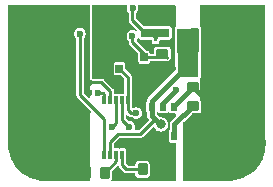
<source format=gbr>
%TF.GenerationSoftware,KiCad,Pcbnew,(6.0.1)*%
%TF.CreationDate,2022-07-20T10:33:09+08:00*%
%TF.ProjectId,HighSideSwitch,48696768-5369-4646-9553-77697463682e,rev?*%
%TF.SameCoordinates,Original*%
%TF.FileFunction,Copper,L2,Bot*%
%TF.FilePolarity,Positive*%
%FSLAX46Y46*%
G04 Gerber Fmt 4.6, Leading zero omitted, Abs format (unit mm)*
G04 Created by KiCad (PCBNEW (6.0.1)) date 2022-07-20 10:33:09*
%MOMM*%
%LPD*%
G01*
G04 APERTURE LIST*
G04 Aperture macros list*
%AMRoundRect*
0 Rectangle with rounded corners*
0 $1 Rounding radius*
0 $2 $3 $4 $5 $6 $7 $8 $9 X,Y pos of 4 corners*
0 Add a 4 corners polygon primitive as box body*
4,1,4,$2,$3,$4,$5,$6,$7,$8,$9,$2,$3,0*
0 Add four circle primitives for the rounded corners*
1,1,$1+$1,$2,$3*
1,1,$1+$1,$4,$5*
1,1,$1+$1,$6,$7*
1,1,$1+$1,$8,$9*
0 Add four rect primitives between the rounded corners*
20,1,$1+$1,$2,$3,$4,$5,0*
20,1,$1+$1,$4,$5,$6,$7,0*
20,1,$1+$1,$6,$7,$8,$9,0*
20,1,$1+$1,$8,$9,$2,$3,0*%
G04 Aperture macros list end*
%TA.AperFunction,ComponentPad*%
%ADD10C,6.400000*%
%TD*%
%TA.AperFunction,ComponentPad*%
%ADD11C,0.800000*%
%TD*%
%TA.AperFunction,SMDPad,CuDef*%
%ADD12RoundRect,0.040000X-0.460000X-0.360000X0.460000X-0.360000X0.460000X0.360000X-0.460000X0.360000X0*%
%TD*%
%TA.AperFunction,SMDPad,CuDef*%
%ADD13RoundRect,0.015000X-0.135000X0.310000X-0.135000X-0.310000X0.135000X-0.310000X0.135000X0.310000X0*%
%TD*%
%TA.AperFunction,SMDPad,CuDef*%
%ADD14R,1.200000X3.500000*%
%TD*%
%TA.AperFunction,SMDPad,CuDef*%
%ADD15RoundRect,0.076000X2.324000X1.824000X-2.324000X1.824000X-2.324000X-1.824000X2.324000X-1.824000X0*%
%TD*%
%TA.AperFunction,SMDPad,CuDef*%
%ADD16R,2.400000X0.740000*%
%TD*%
%TA.AperFunction,SMDPad,CuDef*%
%ADD17RoundRect,0.030000X-0.270000X0.320000X-0.270000X-0.320000X0.270000X-0.320000X0.270000X0.320000X0*%
%TD*%
%TA.AperFunction,SMDPad,CuDef*%
%ADD18RoundRect,0.040000X0.360000X-0.460000X0.360000X0.460000X-0.360000X0.460000X-0.360000X-0.460000X0*%
%TD*%
%TA.AperFunction,SMDPad,CuDef*%
%ADD19RoundRect,0.040000X-0.360000X0.460000X-0.360000X-0.460000X0.360000X-0.460000X0.360000X0.460000X0*%
%TD*%
%TA.AperFunction,SMDPad,CuDef*%
%ADD20RoundRect,0.027500X-0.247500X0.322500X-0.247500X-0.322500X0.247500X-0.322500X0.247500X0.322500X0*%
%TD*%
%TA.AperFunction,ViaPad*%
%ADD21C,0.600000*%
%TD*%
%TA.AperFunction,ViaPad*%
%ADD22C,0.800000*%
%TD*%
%TA.AperFunction,Conductor*%
%ADD23C,0.400000*%
%TD*%
%TA.AperFunction,Conductor*%
%ADD24C,0.250000*%
%TD*%
G04 APERTURE END LIST*
D10*
%TO.P,H2,1*%
%TO.N,/NMOS_OUT*%
X194927344Y-91338256D03*
D11*
X194927344Y-88938256D03*
X194927344Y-93738256D03*
X193230288Y-89641200D03*
X193230288Y-93035312D03*
X196624400Y-89641200D03*
X192527344Y-91338256D03*
X196624400Y-93035312D03*
X197327344Y-91338256D03*
%TD*%
%TO.P,H1,1*%
%TO.N,/NMOS_IN*%
X181224400Y-93035312D03*
X181224400Y-89641200D03*
X179527344Y-93738256D03*
X179527344Y-88938256D03*
X177830288Y-89641200D03*
X177830288Y-93035312D03*
X181927344Y-91338256D03*
X177127344Y-91338256D03*
D10*
X179527344Y-91338256D03*
%TD*%
D12*
%TO.P,C4,1*%
%TO.N,GND*%
X189368800Y-85372800D03*
%TO.P,C4,2*%
%TO.N,Net-(C4-Pad2)*%
X189368800Y-83772800D03*
%TD*%
D13*
%TO.P,U1,1,SENSE*%
%TO.N,Net-(R1-Pad2)*%
X184465200Y-87717600D03*
%TO.P,U1,2,Vin*%
%TO.N,/NMOS_IN*%
X184965200Y-87717600D03*
%TO.P,U1,3,OVP*%
%TO.N,Net-(R5-Pad2)*%
X185465200Y-87717600D03*
%TO.P,U1,4,UVLO*%
%TO.N,Net-(R3-Pad1)*%
X185965200Y-87717600D03*
%TO.P,U1,5,EN*%
%TO.N,/EN*%
X186465200Y-87717600D03*
%TO.P,U1,6,GND*%
%TO.N,GND*%
X186465200Y-92317600D03*
%TO.P,U1,7,TIMER*%
%TO.N,Net-(C3-Pad2)*%
X185965200Y-92317600D03*
%TO.P,U1,8,nPGD*%
%TO.N,Net-(R4-Pad2)*%
X185465200Y-92317600D03*
%TO.P,U1,9,OUT*%
%TO.N,Net-(Q2-PadS)*%
X184965200Y-92317600D03*
%TO.P,U1,10,GATE*%
%TO.N,Net-(Q2-PadG)*%
X184465200Y-92317600D03*
%TD*%
D12*
%TO.P,R2,1*%
%TO.N,Net-(R2-Pad1)*%
X191918800Y-88232800D03*
%TO.P,R2,2*%
%TO.N,/NMOS_OUT*%
X191918800Y-86632800D03*
%TD*%
D14*
%TO.P,D1,A,Anode*%
%TO.N,Net-(Q2-PadS)*%
X191359200Y-83566000D03*
D15*
%TO.P,D1,K,Cathode*%
%TO.N,/NMOS_OUT*%
X195359200Y-83566000D03*
%TD*%
D16*
%TO.P,J1,1*%
%TO.N,GND*%
X188741600Y-80746200D03*
%TO.P,J1,2*%
X184841600Y-80746200D03*
%TO.P,J1,3*%
%TO.N,/~{EN}*%
X188741600Y-82016200D03*
%TO.P,J1,4*%
%TO.N,GND*%
X184841600Y-82016200D03*
%TD*%
D17*
%TO.P,Q3,1,Base*%
%TO.N,Net-(C4-Pad2)*%
X187836000Y-84089200D03*
%TO.P,Q3,2,Emitter*%
%TO.N,GND*%
X187836000Y-85989200D03*
%TO.P,Q3,3,Collector*%
%TO.N,/EN*%
X185736000Y-85039200D03*
%TD*%
D18*
%TO.P,C3,1*%
%TO.N,GND*%
X189290400Y-93573600D03*
%TO.P,C3,2*%
%TO.N,Net-(C3-Pad2)*%
X187690400Y-93573600D03*
%TD*%
D19*
%TO.P,R4,1*%
%TO.N,/NMOS_IN*%
X182888800Y-93842800D03*
%TO.P,R4,2*%
%TO.N,Net-(R4-Pad2)*%
X184488800Y-93842800D03*
%TD*%
D20*
%TO.P,U2,1,VS*%
%TO.N,Net-(R2-Pad1)*%
X190377600Y-90759600D03*
%TO.P,U2,2,GND*%
%TO.N,GND*%
X189427600Y-90759600D03*
%TO.P,U2,3,OFF*%
X188477600Y-90759600D03*
%TO.P,U2,4,IN*%
%TO.N,Net-(Q2-PadS)*%
X188477600Y-88259600D03*
%TO.P,U2,5,GATE*%
%TO.N,Net-(Q1-PadG)*%
X189427600Y-88259600D03*
%TO.P,U2,6,OUT*%
%TO.N,/NMOS_OUT*%
X190377600Y-88259600D03*
%TD*%
D21*
%TO.N,GND*%
X188818000Y-92151200D03*
X187751200Y-86614000D03*
X187248800Y-92292800D03*
X188868800Y-80619600D03*
%TO.N,/NMOS_OUT*%
X197459600Y-84074000D03*
X193192400Y-84074000D03*
X196037200Y-81432400D03*
X197459600Y-82753200D03*
X193192400Y-85293200D03*
X194564000Y-82753200D03*
X196037200Y-86512400D03*
X194564000Y-81432400D03*
X196037200Y-85293200D03*
X196037200Y-84074000D03*
X193192400Y-81432400D03*
X193192400Y-86512400D03*
X194564000Y-84074000D03*
X193192400Y-82753200D03*
X196037200Y-82753200D03*
X194564000Y-86512400D03*
X194564000Y-85293200D03*
X197459600Y-86512400D03*
X197459600Y-81432400D03*
X197459600Y-85293200D03*
%TO.N,/NMOS_IN*%
X179978800Y-82956400D03*
X178962800Y-85547200D03*
X177743600Y-84226400D03*
X177743600Y-81991200D03*
X181096400Y-85598000D03*
X177743600Y-85496400D03*
X179978800Y-84277200D03*
X181045600Y-83007200D03*
X178962800Y-84226400D03*
X179928000Y-82042000D03*
X178912000Y-82956400D03*
X181045600Y-82042000D03*
X180029600Y-85598000D03*
X181045600Y-84226400D03*
X178912000Y-81991200D03*
X177743600Y-83007200D03*
%TO.N,/~{EN}*%
X186838800Y-79932800D03*
%TO.N,/EN*%
X187141600Y-88798400D03*
%TO.N,Net-(R1-Pad2)*%
X183890400Y-87071200D03*
%TO.N,Net-(C4-Pad2)*%
X186836800Y-82272800D03*
%TO.N,Net-(Q2-PadS)*%
X191973200Y-85191600D03*
X191973200Y-84277200D03*
X191008000Y-82600800D03*
X191922400Y-82245200D03*
X191008000Y-85039200D03*
X191008000Y-83972400D03*
D22*
X189228800Y-89772800D03*
D21*
X191922400Y-83210400D03*
%TO.N,Net-(Q1-PadG)*%
X190548629Y-86874090D03*
%TO.N,Net-(Q2-PadG)*%
X182368496Y-82096899D03*
%TO.N,Net-(R3-Pad1)*%
X186568800Y-89968300D03*
%TO.N,Net-(R5-Pad2)*%
X185089700Y-89982800D03*
%TD*%
D23*
%TO.N,/NMOS_OUT*%
X191918800Y-86632800D02*
X194927344Y-89641344D01*
X190377600Y-88174000D02*
X191918800Y-86632800D01*
X190377600Y-88259600D02*
X190377600Y-88174000D01*
X194874400Y-90146825D02*
X194874400Y-91391200D01*
D24*
%TO.N,/NMOS_IN*%
X184195200Y-86207600D02*
X182976000Y-86207600D01*
X184965200Y-86977600D02*
X184195200Y-86207600D01*
X184965200Y-87817600D02*
X184965200Y-86977600D01*
%TO.N,/~{EN}*%
X186836800Y-79934800D02*
X186838800Y-79932800D01*
X186836800Y-80941400D02*
X186836800Y-79934800D01*
X187911600Y-82016200D02*
X186836800Y-80941400D01*
%TO.N,/EN*%
X186465200Y-88559607D02*
X186465200Y-85768400D01*
X186465200Y-85768400D02*
X185736000Y-85039200D01*
X187141600Y-88798400D02*
X186703993Y-88798400D01*
X186703993Y-88798400D02*
X186465200Y-88559607D01*
%TO.N,Net-(R1-Pad2)*%
X184347600Y-87071200D02*
X183890400Y-87071200D01*
X184465200Y-87817600D02*
X184465200Y-87188800D01*
X184465200Y-87188800D02*
X184347600Y-87071200D01*
D23*
%TO.N,Net-(R2-Pad1)*%
X190377600Y-90759600D02*
X190377600Y-89774000D01*
X190377600Y-89774000D02*
X191918800Y-88232800D01*
D24*
%TO.N,Net-(R4-Pad2)*%
X185465200Y-92317600D02*
X185465200Y-92866400D01*
X184197200Y-93980000D02*
X184701822Y-93980000D01*
X185465200Y-92866400D02*
X184488800Y-93842800D01*
%TO.N,Net-(C3-Pad2)*%
X186322178Y-93573600D02*
X185965200Y-93216622D01*
X185965200Y-93216622D02*
X185965200Y-92217600D01*
X186322178Y-93573600D02*
X187690400Y-93573600D01*
%TO.N,Net-(C4-Pad2)*%
X188096000Y-84089200D02*
X189719600Y-84089200D01*
X189719600Y-84089200D02*
X189732400Y-84102000D01*
X186836800Y-82830000D02*
X186836800Y-82272800D01*
X186836800Y-82830000D02*
X188096000Y-84089200D01*
D23*
%TO.N,Net-(Q2-PadS)*%
X191008000Y-85223600D02*
X188477600Y-87754000D01*
D24*
X187488800Y-90592800D02*
X188763800Y-89317800D01*
D23*
X188477600Y-89021600D02*
X188477600Y-88259600D01*
D24*
X188763800Y-89317800D02*
X188773800Y-89317800D01*
D23*
X189228800Y-89772800D02*
X188773800Y-89317800D01*
X191008000Y-85039200D02*
X191008000Y-85223600D01*
X188773800Y-89317800D02*
X188477600Y-89021600D01*
D24*
X184965200Y-92217600D02*
X184965200Y-91218578D01*
X184965200Y-91218578D02*
X185590978Y-90592800D01*
X185590978Y-90592800D02*
X187488800Y-90592800D01*
D23*
%TO.N,Net-(Q1-PadG)*%
X189427600Y-87995119D02*
X189427600Y-88372100D01*
X190548629Y-86874090D02*
X189427600Y-87995119D01*
D24*
%TO.N,Net-(Q2-PadG)*%
X184465200Y-92317600D02*
X184465200Y-89316622D01*
X182417200Y-87268622D02*
X182368496Y-82096899D01*
X182368496Y-82096899D02*
X182417200Y-82042000D01*
X184465200Y-89316622D02*
X182417200Y-87268622D01*
%TO.N,Net-(R3-Pad1)*%
X186568800Y-89968300D02*
X185965200Y-89364700D01*
X185965200Y-89364700D02*
X185965200Y-87817600D01*
%TO.N,Net-(R5-Pad2)*%
X185089700Y-89982800D02*
X185465200Y-89607300D01*
X185465200Y-89607300D02*
X185465200Y-87817600D01*
%TD*%
%TA.AperFunction,Conductor*%
%TO.N,/NMOS_IN*%
G36*
X183214894Y-79698106D02*
G01*
X183233200Y-79742300D01*
X183233200Y-85819600D01*
X183248424Y-85896138D01*
X183266730Y-85940332D01*
X183302377Y-85997063D01*
X183374968Y-86048570D01*
X183378210Y-86049913D01*
X183378212Y-86049914D01*
X183397220Y-86057787D01*
X183419162Y-86066876D01*
X183422166Y-86067474D01*
X183422171Y-86067475D01*
X183492687Y-86081501D01*
X183492690Y-86081501D01*
X183495700Y-86082100D01*
X183609579Y-86082100D01*
X183653773Y-86100406D01*
X183672076Y-86145225D01*
X183670789Y-86273831D01*
X183652042Y-86317840D01*
X183607667Y-86335703D01*
X183596101Y-86334505D01*
X183589036Y-86333100D01*
X183495700Y-86333100D01*
X183492690Y-86333699D01*
X183492687Y-86333699D01*
X183422171Y-86347725D01*
X183422166Y-86347726D01*
X183419162Y-86348324D01*
X183374968Y-86366630D01*
X183318237Y-86402277D01*
X183266730Y-86474868D01*
X183248424Y-86519062D01*
X183247826Y-86522066D01*
X183247825Y-86522071D01*
X183233799Y-86592587D01*
X183233200Y-86595600D01*
X183233200Y-86667555D01*
X183250885Y-86749781D01*
X183272013Y-86796627D01*
X183313738Y-86856649D01*
X183362015Y-86886590D01*
X183372937Y-86893364D01*
X183400846Y-86932214D01*
X183401751Y-86956093D01*
X183384791Y-87065023D01*
X183385368Y-87069436D01*
X183385368Y-87069438D01*
X183400926Y-87188414D01*
X183388505Y-87234609D01*
X183372207Y-87249438D01*
X183318237Y-87283350D01*
X183266730Y-87355941D01*
X183265387Y-87359183D01*
X183265386Y-87359185D01*
X183258058Y-87376876D01*
X183248424Y-87400135D01*
X183247826Y-87403139D01*
X183247825Y-87403144D01*
X183239513Y-87444934D01*
X183233200Y-87476673D01*
X183233200Y-87479745D01*
X183233192Y-87479826D01*
X183210644Y-87522013D01*
X183164868Y-87535900D01*
X183126799Y-87517895D01*
X182759495Y-87150591D01*
X182741192Y-87106986D01*
X182740839Y-87069438D01*
X182697840Y-82503603D01*
X182714000Y-82461072D01*
X182784709Y-82382953D01*
X182787696Y-82379653D01*
X182850206Y-82250632D01*
X182852508Y-82236953D01*
X182873592Y-82111628D01*
X182873992Y-82109253D01*
X182874143Y-82096899D01*
X182853819Y-81954981D01*
X182794480Y-81824471D01*
X182700896Y-81715862D01*
X182580591Y-81637884D01*
X182567952Y-81634104D01*
X182494609Y-81612170D01*
X182443235Y-81596806D01*
X182371554Y-81596368D01*
X182304325Y-81595957D01*
X182304324Y-81595957D01*
X182299872Y-81595930D01*
X182162025Y-81635327D01*
X182040776Y-81711829D01*
X182037833Y-81715161D01*
X182037831Y-81715163D01*
X181948820Y-81815950D01*
X181945873Y-81819287D01*
X181884943Y-81949062D01*
X181862887Y-82090722D01*
X181863464Y-82095135D01*
X181863464Y-82095137D01*
X181864995Y-82106841D01*
X181881476Y-82232878D01*
X181883269Y-82236953D01*
X181934968Y-82354447D01*
X181939216Y-82364102D01*
X181958096Y-82386562D01*
X182031466Y-82473847D01*
X182029417Y-82475569D01*
X182046911Y-82514181D01*
X182091514Y-87250332D01*
X182091538Y-87252910D01*
X182091303Y-87258935D01*
X182087936Y-87297429D01*
X182098887Y-87338296D01*
X182099955Y-87343008D01*
X182104751Y-87368789D01*
X182106256Y-87376876D01*
X182107690Y-87384586D01*
X182110467Y-87389293D01*
X182111706Y-87392600D01*
X182114737Y-87399820D01*
X182116230Y-87403022D01*
X182117646Y-87408306D01*
X182141904Y-87442948D01*
X182144528Y-87447026D01*
X182166018Y-87483452D01*
X182170242Y-87486929D01*
X182195838Y-87507999D01*
X182200311Y-87512059D01*
X183311021Y-88622770D01*
X183329327Y-88666964D01*
X183317799Y-88703131D01*
X183266730Y-88775105D01*
X183248424Y-88819299D01*
X183247826Y-88822303D01*
X183247825Y-88822308D01*
X183233953Y-88892049D01*
X183233200Y-88895837D01*
X183233200Y-93206926D01*
X183241812Y-93264982D01*
X183252345Y-93299705D01*
X183277439Y-93352763D01*
X183278712Y-93354669D01*
X183278713Y-93354670D01*
X183278767Y-93354751D01*
X183278776Y-93354782D01*
X183279851Y-93356679D01*
X183279425Y-93356920D01*
X183289300Y-93389474D01*
X183289300Y-94296126D01*
X183279425Y-94328679D01*
X183279852Y-94328921D01*
X183278775Y-94330821D01*
X183278767Y-94330849D01*
X183277440Y-94332835D01*
X183252345Y-94385895D01*
X183251677Y-94388098D01*
X183244177Y-94412823D01*
X183241812Y-94420618D01*
X183233200Y-94478674D01*
X183233200Y-94499700D01*
X183214894Y-94543894D01*
X183170700Y-94562200D01*
X179494838Y-94562200D01*
X179479232Y-94560220D01*
X179477527Y-94559780D01*
X179477525Y-94559780D01*
X179469560Y-94557726D01*
X179461634Y-94559930D01*
X179456074Y-94559982D01*
X179445734Y-94561164D01*
X179140375Y-94547855D01*
X179133785Y-94547217D01*
X178811192Y-94498615D01*
X178804707Y-94497283D01*
X178489076Y-94414833D01*
X178482768Y-94412823D01*
X178233582Y-94318604D01*
X178177622Y-94297445D01*
X178171564Y-94294780D01*
X177880329Y-94147770D01*
X177874585Y-94144477D01*
X177600548Y-93967492D01*
X177595185Y-93963611D01*
X177341400Y-93758628D01*
X177336477Y-93754201D01*
X177105799Y-93523523D01*
X177101372Y-93518600D01*
X176896389Y-93264815D01*
X176892508Y-93259452D01*
X176715523Y-92985415D01*
X176712230Y-92979671D01*
X176565220Y-92688436D01*
X176562554Y-92682376D01*
X176560382Y-92676630D01*
X176526818Y-92587862D01*
X176447177Y-92377232D01*
X176445167Y-92370924D01*
X176362717Y-92055293D01*
X176361385Y-92048808D01*
X176312783Y-91726215D01*
X176312145Y-91719625D01*
X176298836Y-91414266D01*
X176300018Y-91403926D01*
X176300070Y-91398366D01*
X176302274Y-91390440D01*
X176299775Y-91380748D01*
X176297796Y-91365156D01*
X176295833Y-79742311D01*
X176314131Y-79698113D01*
X176358333Y-79679800D01*
X183170700Y-79679800D01*
X183214894Y-79698106D01*
G37*
%TD.AperFunction*%
%TD*%
%TA.AperFunction,Conductor*%
%TO.N,GND*%
G36*
X189937323Y-88712542D02*
G01*
X189954567Y-88729786D01*
X189965721Y-88746479D01*
X189970838Y-88749898D01*
X190036020Y-88793452D01*
X190036022Y-88793453D01*
X190041139Y-88796872D01*
X190070169Y-88802646D01*
X190104629Y-88809501D01*
X190104632Y-88809501D01*
X190107642Y-88810100D01*
X190431900Y-88810100D01*
X190476094Y-88828406D01*
X190494400Y-88872600D01*
X190494400Y-89064919D01*
X190476094Y-89109113D01*
X190072116Y-89513091D01*
X190072113Y-89513095D01*
X190049550Y-89535658D01*
X190047317Y-89540041D01*
X190037296Y-89559708D01*
X190032176Y-89568065D01*
X190016304Y-89589910D01*
X190014784Y-89594588D01*
X190007962Y-89615583D01*
X190004209Y-89624643D01*
X189994187Y-89644312D01*
X189994186Y-89644316D01*
X189991954Y-89648696D01*
X189991185Y-89653552D01*
X189987731Y-89675360D01*
X189985441Y-89684897D01*
X189977100Y-89710567D01*
X189977100Y-90237152D01*
X189963094Y-90270966D01*
X189965721Y-90272721D01*
X189948227Y-90298903D01*
X189915328Y-90348139D01*
X189913398Y-90357844D01*
X189907984Y-90385063D01*
X189902100Y-90414642D01*
X189902100Y-91104558D01*
X189915328Y-91171061D01*
X189965721Y-91246479D01*
X189970838Y-91249898D01*
X190036020Y-91293452D01*
X190036022Y-91293453D01*
X190041139Y-91296872D01*
X190070169Y-91302646D01*
X190104629Y-91309501D01*
X190104632Y-91309501D01*
X190107642Y-91310100D01*
X190431900Y-91310100D01*
X190476094Y-91328406D01*
X190494400Y-91372600D01*
X190494400Y-94499700D01*
X190476094Y-94543894D01*
X190431900Y-94562200D01*
X185081651Y-94562200D01*
X185037457Y-94543894D01*
X185019151Y-94499700D01*
X185029684Y-94464977D01*
X185071926Y-94401758D01*
X185071927Y-94401756D01*
X185075346Y-94396639D01*
X185089300Y-94326488D01*
X185089300Y-93728514D01*
X185107606Y-93684320D01*
X185540489Y-93251437D01*
X185584683Y-93233131D01*
X185628877Y-93251437D01*
X185645052Y-93279448D01*
X185646409Y-93284511D01*
X185647587Y-93289826D01*
X185654612Y-93329667D01*
X185657345Y-93334401D01*
X185657347Y-93334406D01*
X185657768Y-93335135D01*
X185664012Y-93350208D01*
X185665646Y-93356306D01*
X185668780Y-93360781D01*
X185668780Y-93360782D01*
X185688850Y-93389444D01*
X185691775Y-93394036D01*
X185712006Y-93429077D01*
X185716195Y-93432592D01*
X185743002Y-93455086D01*
X185747022Y-93458770D01*
X186080032Y-93791780D01*
X186083716Y-93795800D01*
X186109723Y-93826794D01*
X186144764Y-93847025D01*
X186149356Y-93849950D01*
X186182494Y-93873154D01*
X186187776Y-93874569D01*
X186187777Y-93874570D01*
X186188597Y-93874790D01*
X186203662Y-93881030D01*
X186204395Y-93881453D01*
X186209133Y-93884188D01*
X186248969Y-93891213D01*
X186254287Y-93892391D01*
X186288093Y-93901449D01*
X186288094Y-93901449D01*
X186293371Y-93902863D01*
X186298814Y-93902387D01*
X186298816Y-93902387D01*
X186333664Y-93899338D01*
X186339111Y-93899100D01*
X187027400Y-93899100D01*
X187071594Y-93917406D01*
X187089900Y-93961600D01*
X187089900Y-94057288D01*
X187103854Y-94127439D01*
X187157009Y-94206991D01*
X187162126Y-94210410D01*
X187231442Y-94256726D01*
X187231444Y-94256727D01*
X187236561Y-94260146D01*
X187268470Y-94266493D01*
X187303699Y-94273501D01*
X187303702Y-94273501D01*
X187306712Y-94274100D01*
X188074088Y-94274100D01*
X188077098Y-94273501D01*
X188077101Y-94273501D01*
X188112330Y-94266493D01*
X188144239Y-94260146D01*
X188149356Y-94256727D01*
X188149358Y-94256726D01*
X188218674Y-94210410D01*
X188223791Y-94206991D01*
X188276946Y-94127439D01*
X188290900Y-94057288D01*
X188290900Y-93089912D01*
X188276946Y-93019761D01*
X188223791Y-92940209D01*
X188171995Y-92905600D01*
X188149358Y-92890474D01*
X188149356Y-92890473D01*
X188144239Y-92887054D01*
X188112330Y-92880707D01*
X188077101Y-92873699D01*
X188077098Y-92873699D01*
X188074088Y-92873100D01*
X187306712Y-92873100D01*
X187303702Y-92873699D01*
X187303699Y-92873699D01*
X187268470Y-92880707D01*
X187236561Y-92887054D01*
X187231444Y-92890473D01*
X187231442Y-92890474D01*
X187208805Y-92905600D01*
X187157009Y-92940209D01*
X187103854Y-93019761D01*
X187089900Y-93089912D01*
X187089900Y-93185600D01*
X187071594Y-93229794D01*
X187027400Y-93248100D01*
X186482892Y-93248100D01*
X186438698Y-93229794D01*
X186309006Y-93100102D01*
X186290700Y-93055908D01*
X186290700Y-92749346D01*
X186298688Y-92723015D01*
X186297421Y-92722490D01*
X186299776Y-92716803D01*
X186303197Y-92711684D01*
X186315700Y-92648826D01*
X186315700Y-91986374D01*
X186303197Y-91923516D01*
X186255567Y-91852233D01*
X186215201Y-91825261D01*
X186189403Y-91808023D01*
X186189401Y-91808022D01*
X186184284Y-91804603D01*
X186156630Y-91799102D01*
X186124439Y-91792699D01*
X186124436Y-91792699D01*
X186121426Y-91792100D01*
X185808974Y-91792100D01*
X185805964Y-91792699D01*
X185805961Y-91792699D01*
X185752157Y-91803401D01*
X185752155Y-91803402D01*
X185746116Y-91804603D01*
X185740994Y-91808026D01*
X185739120Y-91808802D01*
X185691280Y-91808802D01*
X185689406Y-91808026D01*
X185684284Y-91804603D01*
X185678245Y-91803402D01*
X185678243Y-91803401D01*
X185624439Y-91792699D01*
X185624436Y-91792699D01*
X185621426Y-91792100D01*
X185353200Y-91792100D01*
X185309006Y-91773794D01*
X185290700Y-91729600D01*
X185290700Y-91379292D01*
X185309006Y-91335098D01*
X185707498Y-90936606D01*
X185751692Y-90918300D01*
X187471859Y-90918300D01*
X187477306Y-90918538D01*
X187517607Y-90922064D01*
X187522887Y-90920649D01*
X187522889Y-90920649D01*
X187556683Y-90911593D01*
X187562004Y-90910413D01*
X187601845Y-90903388D01*
X187606579Y-90900655D01*
X187606584Y-90900653D01*
X187607313Y-90900232D01*
X187622386Y-90893988D01*
X187623205Y-90893769D01*
X187623207Y-90893768D01*
X187628484Y-90892354D01*
X187661622Y-90869150D01*
X187666214Y-90866225D01*
X187701255Y-90845994D01*
X187727264Y-90814999D01*
X187730946Y-90810981D01*
X188568421Y-89973506D01*
X188612615Y-89955200D01*
X188656809Y-89973506D01*
X188670357Y-89993781D01*
X188704264Y-90075641D01*
X188800518Y-90201082D01*
X188925959Y-90297336D01*
X188929742Y-90298903D01*
X189068252Y-90356276D01*
X189068253Y-90356276D01*
X189072038Y-90357844D01*
X189076100Y-90358379D01*
X189076101Y-90358379D01*
X189224736Y-90377947D01*
X189228800Y-90378482D01*
X189232864Y-90377947D01*
X189381499Y-90358379D01*
X189381500Y-90358379D01*
X189385562Y-90357844D01*
X189389347Y-90356276D01*
X189389348Y-90356276D01*
X189527858Y-90298903D01*
X189531641Y-90297336D01*
X189657082Y-90201082D01*
X189753336Y-90075641D01*
X189803137Y-89955412D01*
X189812276Y-89933348D01*
X189812276Y-89933347D01*
X189813844Y-89929562D01*
X189834482Y-89772800D01*
X189824354Y-89695872D01*
X189814379Y-89620101D01*
X189814379Y-89620100D01*
X189813844Y-89616038D01*
X189803321Y-89590632D01*
X189754903Y-89473742D01*
X189753336Y-89469959D01*
X189657082Y-89344518D01*
X189531641Y-89248264D01*
X189526424Y-89246103D01*
X189389348Y-89189324D01*
X189389347Y-89189324D01*
X189385562Y-89187756D01*
X189381500Y-89187221D01*
X189381499Y-89187221D01*
X189232864Y-89167653D01*
X189228800Y-89167118D01*
X189224641Y-89167666D01*
X189224593Y-89167653D01*
X189220642Y-89167653D01*
X189220642Y-89166594D01*
X189178436Y-89155287D01*
X189172287Y-89149895D01*
X189112106Y-89089713D01*
X188896406Y-88874013D01*
X188878100Y-88829819D01*
X188878100Y-88782048D01*
X188892106Y-88748234D01*
X188889479Y-88746479D01*
X188900633Y-88729786D01*
X188940407Y-88703210D01*
X188987323Y-88712542D01*
X189004567Y-88729786D01*
X189015721Y-88746479D01*
X189020838Y-88749898D01*
X189086020Y-88793452D01*
X189086022Y-88793453D01*
X189091139Y-88796872D01*
X189120169Y-88802646D01*
X189154629Y-88809501D01*
X189154632Y-88809501D01*
X189157642Y-88810100D01*
X189697558Y-88810100D01*
X189700568Y-88809501D01*
X189700571Y-88809501D01*
X189735031Y-88802646D01*
X189764061Y-88796872D01*
X189769178Y-88793453D01*
X189769180Y-88793452D01*
X189834362Y-88749898D01*
X189839479Y-88746479D01*
X189850633Y-88729786D01*
X189890407Y-88703210D01*
X189937323Y-88712542D01*
G37*
%TD.AperFunction*%
%TA.AperFunction,Conductor*%
G36*
X186350426Y-79698106D02*
G01*
X186368732Y-79742300D01*
X186362806Y-79768862D01*
X186355247Y-79784963D01*
X186333191Y-79926623D01*
X186333768Y-79931036D01*
X186333768Y-79931038D01*
X186335299Y-79942742D01*
X186351780Y-80068779D01*
X186353573Y-80072854D01*
X186361356Y-80090541D01*
X186409520Y-80200003D01*
X186412384Y-80203410D01*
X186496643Y-80303649D01*
X186511300Y-80343865D01*
X186511300Y-80924459D01*
X186511062Y-80929906D01*
X186507536Y-80970207D01*
X186508951Y-80975487D01*
X186508951Y-80975489D01*
X186518007Y-81009283D01*
X186519187Y-81014604D01*
X186526212Y-81054445D01*
X186528945Y-81059179D01*
X186528947Y-81059184D01*
X186529368Y-81059913D01*
X186535612Y-81074986D01*
X186537246Y-81081084D01*
X186540380Y-81085559D01*
X186540380Y-81085560D01*
X186560450Y-81114222D01*
X186563375Y-81118814D01*
X186583606Y-81153855D01*
X186587795Y-81157370D01*
X186614602Y-81179864D01*
X186618622Y-81183548D01*
X187198524Y-81763450D01*
X187216830Y-81807644D01*
X187198524Y-81851838D01*
X187154330Y-81870144D01*
X187120336Y-81860091D01*
X187107603Y-81851838D01*
X187048895Y-81813785D01*
X187036256Y-81810005D01*
X187002463Y-81799899D01*
X186911539Y-81772707D01*
X186839857Y-81772269D01*
X186772629Y-81771858D01*
X186772628Y-81771858D01*
X186768176Y-81771831D01*
X186630329Y-81811228D01*
X186509080Y-81887730D01*
X186506137Y-81891062D01*
X186506135Y-81891064D01*
X186417124Y-81991851D01*
X186414177Y-81995188D01*
X186353247Y-82124963D01*
X186331191Y-82266623D01*
X186349780Y-82408779D01*
X186351573Y-82412854D01*
X186397409Y-82517023D01*
X186407520Y-82540003D01*
X186410384Y-82543410D01*
X186496643Y-82646028D01*
X186511300Y-82686244D01*
X186511300Y-82813059D01*
X186511062Y-82818506D01*
X186507536Y-82858807D01*
X186508951Y-82864087D01*
X186508951Y-82864089D01*
X186518007Y-82897883D01*
X186519187Y-82903204D01*
X186526212Y-82943045D01*
X186528945Y-82947779D01*
X186528947Y-82947784D01*
X186529368Y-82948513D01*
X186535612Y-82963586D01*
X186537246Y-82969684D01*
X186540380Y-82974159D01*
X186540380Y-82974160D01*
X186560450Y-83002822D01*
X186563375Y-83007414D01*
X186583606Y-83042455D01*
X186587795Y-83045970D01*
X186614602Y-83068464D01*
X186618622Y-83072148D01*
X187317194Y-83770720D01*
X187335500Y-83814914D01*
X187335501Y-84431902D01*
X187336100Y-84434911D01*
X187336100Y-84434916D01*
X187346798Y-84488700D01*
X187348874Y-84499137D01*
X187399819Y-84575381D01*
X187404936Y-84578800D01*
X187470944Y-84622906D01*
X187470946Y-84622907D01*
X187476063Y-84626326D01*
X187520103Y-84635086D01*
X187540285Y-84639101D01*
X187540286Y-84639101D01*
X187543297Y-84639700D01*
X187836000Y-84639700D01*
X188128702Y-84639699D01*
X188131711Y-84639100D01*
X188131716Y-84639100D01*
X188189899Y-84627527D01*
X188195937Y-84626326D01*
X188272181Y-84575381D01*
X188287123Y-84553019D01*
X188319706Y-84504256D01*
X188319707Y-84504254D01*
X188323126Y-84499137D01*
X188329915Y-84465007D01*
X188356491Y-84425233D01*
X188391214Y-84414700D01*
X189633549Y-84414700D01*
X189649726Y-84416830D01*
X189698311Y-84429849D01*
X189698313Y-84429849D01*
X189703593Y-84431264D01*
X189760769Y-84426261D01*
X189812498Y-84421736D01*
X189812500Y-84421735D01*
X189817945Y-84421259D01*
X189822900Y-84418949D01*
X189822902Y-84418948D01*
X189877799Y-84393349D01*
X189921980Y-84372747D01*
X189956685Y-84338042D01*
X189966156Y-84330269D01*
X189997074Y-84309610D01*
X190002191Y-84306191D01*
X190055346Y-84226639D01*
X190069300Y-84156488D01*
X190069300Y-83389112D01*
X190055346Y-83318961D01*
X190002191Y-83239409D01*
X189986534Y-83228947D01*
X189927758Y-83189674D01*
X189927756Y-83189673D01*
X189922639Y-83186254D01*
X189890730Y-83179907D01*
X189855501Y-83172899D01*
X189855498Y-83172899D01*
X189852488Y-83172300D01*
X188885112Y-83172300D01*
X188882102Y-83172899D01*
X188882099Y-83172899D01*
X188846870Y-83179907D01*
X188814961Y-83186254D01*
X188809844Y-83189673D01*
X188809842Y-83189674D01*
X188751066Y-83228947D01*
X188735409Y-83239409D01*
X188682254Y-83318961D01*
X188668300Y-83389112D01*
X188668300Y-83701200D01*
X188649994Y-83745394D01*
X188605800Y-83763700D01*
X188391213Y-83763700D01*
X188347019Y-83745394D01*
X188329914Y-83713392D01*
X188324327Y-83685301D01*
X188323126Y-83679263D01*
X188272181Y-83603019D01*
X188255061Y-83591580D01*
X188201056Y-83555494D01*
X188201054Y-83555493D01*
X188195937Y-83552074D01*
X188151897Y-83543314D01*
X188131715Y-83539299D01*
X188131714Y-83539299D01*
X188128703Y-83538700D01*
X188031714Y-83538700D01*
X187987520Y-83520394D01*
X187187197Y-82720071D01*
X187168891Y-82675877D01*
X187185054Y-82633935D01*
X187253013Y-82558855D01*
X187253016Y-82558851D01*
X187256000Y-82555554D01*
X187274668Y-82517023D01*
X187310411Y-82485233D01*
X187358165Y-82488028D01*
X187382881Y-82509550D01*
X187397048Y-82530752D01*
X187402162Y-82534169D01*
X187458253Y-82571649D01*
X187458255Y-82571650D01*
X187463369Y-82575067D01*
X187469403Y-82576267D01*
X187469405Y-82576268D01*
X187518839Y-82586101D01*
X187518842Y-82586101D01*
X187521852Y-82586700D01*
X188405770Y-82586700D01*
X188449964Y-82605006D01*
X188467857Y-82642030D01*
X188471695Y-82675266D01*
X188472073Y-82680336D01*
X188474133Y-82741614D01*
X188490554Y-82814519D01*
X188493974Y-82822399D01*
X188528309Y-82876039D01*
X188600899Y-82927547D01*
X188604137Y-82928888D01*
X188604140Y-82928890D01*
X188606339Y-82929801D01*
X188606344Y-82929802D01*
X188609172Y-82930974D01*
X188685713Y-82946200D01*
X188913087Y-82946200D01*
X188915972Y-82945651D01*
X188915975Y-82945651D01*
X188983619Y-82932785D01*
X188983624Y-82932783D01*
X188986513Y-82932234D01*
X188990006Y-82930855D01*
X188992179Y-82929998D01*
X188992183Y-82929996D01*
X188994504Y-82929080D01*
X189049273Y-82896558D01*
X189052923Y-82891762D01*
X189052925Y-82891761D01*
X189101056Y-82828529D01*
X189103184Y-82825734D01*
X189104699Y-82822399D01*
X189105616Y-82820377D01*
X189106886Y-82817581D01*
X189113400Y-82789749D01*
X189123967Y-82744604D01*
X189123968Y-82744599D01*
X189124667Y-82741611D01*
X189126726Y-82680336D01*
X189127104Y-82675266D01*
X189130942Y-82642030D01*
X189154196Y-82600228D01*
X189193029Y-82586700D01*
X189961348Y-82586700D01*
X189964358Y-82586101D01*
X189964361Y-82586101D01*
X190013795Y-82576268D01*
X190013797Y-82576267D01*
X190019831Y-82575067D01*
X190024945Y-82571650D01*
X190024947Y-82571649D01*
X190081038Y-82534169D01*
X190086152Y-82530752D01*
X190114700Y-82488028D01*
X190127049Y-82469547D01*
X190127050Y-82469545D01*
X190130467Y-82464431D01*
X190138006Y-82426533D01*
X190141501Y-82408961D01*
X190141501Y-82408958D01*
X190142100Y-82405948D01*
X190142100Y-81626452D01*
X190141357Y-81622716D01*
X190131668Y-81574005D01*
X190131667Y-81574003D01*
X190130467Y-81567969D01*
X190123922Y-81558173D01*
X190089569Y-81506762D01*
X190086152Y-81501648D01*
X190060920Y-81484788D01*
X190024947Y-81460751D01*
X190024945Y-81460750D01*
X190019831Y-81457333D01*
X190013797Y-81456133D01*
X190013795Y-81456132D01*
X189964361Y-81446299D01*
X189964358Y-81446299D01*
X189961348Y-81445700D01*
X187827314Y-81445700D01*
X187783120Y-81427394D01*
X187180606Y-80824880D01*
X187162300Y-80780686D01*
X187162300Y-80345368D01*
X187178463Y-80303426D01*
X187255013Y-80218854D01*
X187258000Y-80215554D01*
X187320510Y-80086533D01*
X187322812Y-80072854D01*
X187343896Y-79947529D01*
X187344296Y-79945154D01*
X187344447Y-79932800D01*
X187324123Y-79790882D01*
X187313796Y-79768169D01*
X187312168Y-79720361D01*
X187344822Y-79685405D01*
X187370691Y-79679800D01*
X190431900Y-79679800D01*
X190476094Y-79698106D01*
X190494400Y-79742300D01*
X190494400Y-81517555D01*
X190477509Y-81558173D01*
X190477797Y-81558367D01*
X190428122Y-81632224D01*
X190410927Y-81676862D01*
X190397621Y-81753752D01*
X190469381Y-84624144D01*
X190482655Y-85155082D01*
X190464369Y-85200838D01*
X188172116Y-87493091D01*
X188170672Y-87495079D01*
X188126109Y-87556415D01*
X188116304Y-87569910D01*
X188077100Y-87690567D01*
X188077100Y-87737152D01*
X188063094Y-87770966D01*
X188065721Y-87772721D01*
X188019028Y-87842602D01*
X188015328Y-87848139D01*
X188002100Y-87914642D01*
X188002100Y-88604558D01*
X188015328Y-88671061D01*
X188018747Y-88676178D01*
X188018748Y-88676180D01*
X188065721Y-88746479D01*
X188063094Y-88748234D01*
X188077100Y-88782048D01*
X188077100Y-89085033D01*
X188083317Y-89104167D01*
X188085441Y-89110703D01*
X188087731Y-89120240D01*
X188091954Y-89146904D01*
X188094186Y-89151284D01*
X188094187Y-89151288D01*
X188104209Y-89170957D01*
X188107962Y-89180017D01*
X188111526Y-89190984D01*
X188116304Y-89205690D01*
X188132176Y-89227535D01*
X188137296Y-89235892D01*
X188149550Y-89259942D01*
X188172113Y-89282505D01*
X188172116Y-89282509D01*
X188211246Y-89321639D01*
X188229552Y-89365833D01*
X188211246Y-89410027D01*
X187372280Y-90248994D01*
X187328086Y-90267300D01*
X187079859Y-90267300D01*
X187035665Y-90248994D01*
X187017359Y-90204800D01*
X187023613Y-90177549D01*
X187048568Y-90126041D01*
X187050510Y-90122033D01*
X187074296Y-89980654D01*
X187074447Y-89968300D01*
X187054123Y-89826382D01*
X186994784Y-89695872D01*
X186901200Y-89587263D01*
X186780895Y-89509285D01*
X186643539Y-89468207D01*
X186553994Y-89467660D01*
X186510182Y-89449355D01*
X186309006Y-89248180D01*
X186290700Y-89203986D01*
X186290700Y-88996322D01*
X186309006Y-88952128D01*
X186353200Y-88933822D01*
X186397394Y-88952128D01*
X186461852Y-89016586D01*
X186465536Y-89020606D01*
X186491538Y-89051594D01*
X186526572Y-89071821D01*
X186531161Y-89074744D01*
X186564309Y-89097954D01*
X186569584Y-89099367D01*
X186569589Y-89099370D01*
X186570412Y-89099590D01*
X186585477Y-89105830D01*
X186586210Y-89106253D01*
X186590948Y-89108988D01*
X186596335Y-89109938D01*
X186608014Y-89111997D01*
X186630784Y-89116013D01*
X186636102Y-89117191D01*
X186669908Y-89126249D01*
X186669909Y-89126249D01*
X186675186Y-89127663D01*
X186680629Y-89127187D01*
X186680631Y-89127187D01*
X186715479Y-89124138D01*
X186720926Y-89123900D01*
X186732212Y-89123900D01*
X186776406Y-89142206D01*
X186780055Y-89146184D01*
X186801707Y-89171943D01*
X186801710Y-89171946D01*
X186804570Y-89175348D01*
X186923913Y-89254790D01*
X186928164Y-89256118D01*
X187056505Y-89296214D01*
X187056508Y-89296214D01*
X187060757Y-89297542D01*
X187065209Y-89297624D01*
X187065211Y-89297624D01*
X187136242Y-89298926D01*
X187204099Y-89300170D01*
X187342417Y-89262460D01*
X187464591Y-89187445D01*
X187471315Y-89180017D01*
X187557813Y-89084454D01*
X187560800Y-89081154D01*
X187623310Y-88952133D01*
X187647096Y-88810754D01*
X187647247Y-88798400D01*
X187626923Y-88656482D01*
X187567584Y-88525972D01*
X187474000Y-88417363D01*
X187353695Y-88339385D01*
X187341056Y-88335605D01*
X187240725Y-88305600D01*
X187216339Y-88298307D01*
X187144658Y-88297869D01*
X187077429Y-88297458D01*
X187077428Y-88297458D01*
X187072976Y-88297431D01*
X186935129Y-88336828D01*
X186931364Y-88339204D01*
X186931363Y-88339204D01*
X186886551Y-88367478D01*
X186839406Y-88375579D01*
X186800342Y-88347971D01*
X186790700Y-88314620D01*
X186790700Y-88149346D01*
X186798688Y-88123015D01*
X186797421Y-88122490D01*
X186799776Y-88116803D01*
X186803197Y-88111684D01*
X186815700Y-88048826D01*
X186815700Y-87386374D01*
X186803197Y-87323516D01*
X186799776Y-87318397D01*
X186797421Y-87312710D01*
X186798688Y-87312185D01*
X186790700Y-87285854D01*
X186790700Y-85785342D01*
X186790938Y-85779895D01*
X186793987Y-85745041D01*
X186794464Y-85739594D01*
X186783988Y-85700496D01*
X186782818Y-85695220D01*
X186775788Y-85655355D01*
X186773056Y-85650622D01*
X186773054Y-85650618D01*
X186772632Y-85649887D01*
X186766388Y-85634814D01*
X186766169Y-85633995D01*
X186766168Y-85633993D01*
X186764754Y-85628716D01*
X186741550Y-85595578D01*
X186738620Y-85590979D01*
X186730161Y-85576326D01*
X186718394Y-85555945D01*
X186687398Y-85529936D01*
X186683378Y-85526252D01*
X186254806Y-85097680D01*
X186236500Y-85053486D01*
X186236499Y-84699569D01*
X186236499Y-84696498D01*
X186223126Y-84629263D01*
X186172181Y-84553019D01*
X186155061Y-84541580D01*
X186101056Y-84505494D01*
X186101054Y-84505493D01*
X186095937Y-84502074D01*
X186050813Y-84493098D01*
X186031715Y-84489299D01*
X186031714Y-84489299D01*
X186028703Y-84488700D01*
X186025632Y-84488700D01*
X185736001Y-84488701D01*
X185443298Y-84488701D01*
X185440289Y-84489300D01*
X185440284Y-84489300D01*
X185390829Y-84499137D01*
X185376063Y-84502074D01*
X185299819Y-84553019D01*
X185296400Y-84558136D01*
X185253122Y-84622906D01*
X185248874Y-84629263D01*
X185235500Y-84696497D01*
X185235501Y-85381902D01*
X185248874Y-85449137D01*
X185299819Y-85525381D01*
X185304936Y-85528800D01*
X185370944Y-85572906D01*
X185370946Y-85572907D01*
X185376063Y-85576326D01*
X185420103Y-85585086D01*
X185440285Y-85589101D01*
X185440286Y-85589101D01*
X185443297Y-85589700D01*
X185483900Y-85589700D01*
X185800285Y-85589699D01*
X185844479Y-85608005D01*
X186121394Y-85884920D01*
X186139700Y-85929114D01*
X186139700Y-87129600D01*
X186121394Y-87173794D01*
X186077200Y-87192100D01*
X185808974Y-87192100D01*
X185805964Y-87192699D01*
X185805961Y-87192699D01*
X185752157Y-87203401D01*
X185752155Y-87203402D01*
X185746116Y-87204603D01*
X185740994Y-87208026D01*
X185739120Y-87208802D01*
X185691280Y-87208802D01*
X185689406Y-87208026D01*
X185684284Y-87204603D01*
X185678245Y-87203402D01*
X185678243Y-87203401D01*
X185624439Y-87192699D01*
X185624436Y-87192699D01*
X185621426Y-87192100D01*
X185353200Y-87192100D01*
X185309006Y-87173794D01*
X185290700Y-87129600D01*
X185290700Y-86994530D01*
X185290938Y-86989083D01*
X185293986Y-86954241D01*
X185294463Y-86948793D01*
X185283991Y-86909714D01*
X185282814Y-86904405D01*
X185276737Y-86869935D01*
X185276736Y-86869933D01*
X185275788Y-86864555D01*
X185272627Y-86859079D01*
X185266388Y-86844017D01*
X185266169Y-86843198D01*
X185266168Y-86843195D01*
X185264753Y-86837916D01*
X185241542Y-86804766D01*
X185238627Y-86800190D01*
X185221129Y-86769881D01*
X185221127Y-86769878D01*
X185218394Y-86765145D01*
X185187404Y-86739141D01*
X185183384Y-86735457D01*
X184437345Y-85989419D01*
X184433661Y-85985399D01*
X184411170Y-85958595D01*
X184407655Y-85954406D01*
X184372614Y-85934175D01*
X184368022Y-85931250D01*
X184339360Y-85911180D01*
X184339359Y-85911180D01*
X184334884Y-85908046D01*
X184329607Y-85906632D01*
X184329605Y-85906631D01*
X184328786Y-85906412D01*
X184313713Y-85900168D01*
X184312984Y-85899747D01*
X184312979Y-85899745D01*
X184308245Y-85897012D01*
X184268404Y-85889987D01*
X184263083Y-85888807D01*
X184229289Y-85879751D01*
X184229287Y-85879751D01*
X184224007Y-85878336D01*
X184185749Y-85881683D01*
X184183706Y-85881862D01*
X184178259Y-85882100D01*
X183495700Y-85882100D01*
X183451506Y-85863794D01*
X183433200Y-85819600D01*
X183433200Y-79742300D01*
X183451506Y-79698106D01*
X183495700Y-79679800D01*
X186306232Y-79679800D01*
X186350426Y-79698106D01*
G37*
%TD.AperFunction*%
%TD*%
%TA.AperFunction,Conductor*%
%TO.N,/NMOS_OUT*%
G36*
X198023527Y-79698106D02*
G01*
X198041833Y-79742288D01*
X198043579Y-90079484D01*
X198043796Y-91365168D01*
X198041817Y-91380780D01*
X198039326Y-91390440D01*
X198041530Y-91398366D01*
X198041582Y-91403926D01*
X198042764Y-91414266D01*
X198029455Y-91719625D01*
X198028817Y-91726215D01*
X197980215Y-92048808D01*
X197978883Y-92055293D01*
X197896433Y-92370924D01*
X197894423Y-92377232D01*
X197779046Y-92682376D01*
X197776380Y-92688436D01*
X197629370Y-92979671D01*
X197626077Y-92985415D01*
X197449092Y-93259452D01*
X197445211Y-93264815D01*
X197240228Y-93518600D01*
X197235801Y-93523523D01*
X197005123Y-93754201D01*
X197000200Y-93758628D01*
X196746415Y-93963611D01*
X196741052Y-93967492D01*
X196467015Y-94144477D01*
X196461271Y-94147770D01*
X196170036Y-94294780D01*
X196163976Y-94297446D01*
X195858832Y-94412823D01*
X195852524Y-94414833D01*
X195536893Y-94497283D01*
X195530408Y-94498615D01*
X195207815Y-94547217D01*
X195201225Y-94547855D01*
X194895866Y-94561164D01*
X194885526Y-94559982D01*
X194879966Y-94559930D01*
X194872040Y-94557726D01*
X194864075Y-94559780D01*
X194864073Y-94559780D01*
X194862368Y-94560220D01*
X194846762Y-94562200D01*
X191217300Y-94562200D01*
X191173106Y-94543894D01*
X191154800Y-94499700D01*
X191154800Y-89589081D01*
X191173106Y-89544887D01*
X191866387Y-88851606D01*
X191910581Y-88833300D01*
X192402488Y-88833300D01*
X192405498Y-88832701D01*
X192405501Y-88832701D01*
X192440730Y-88825693D01*
X192472639Y-88819346D01*
X192477756Y-88815927D01*
X192477758Y-88815926D01*
X192547074Y-88769610D01*
X192552191Y-88766191D01*
X192605346Y-88686639D01*
X192619300Y-88616488D01*
X192619300Y-87849112D01*
X192605346Y-87778961D01*
X192587734Y-87752603D01*
X192577200Y-87717879D01*
X192577200Y-85850097D01*
X192587686Y-85817883D01*
X192586726Y-85817337D01*
X192588461Y-85814287D01*
X192590528Y-85811449D01*
X192609378Y-85767485D01*
X192625547Y-85691141D01*
X192674782Y-81703074D01*
X192669637Y-81676862D01*
X192659629Y-81625884D01*
X192659629Y-81625883D01*
X192659007Y-81622716D01*
X192639496Y-81576572D01*
X192600760Y-81517212D01*
X192595513Y-81513698D01*
X192595244Y-81513426D01*
X192577200Y-81469495D01*
X192577200Y-79742300D01*
X192595506Y-79698106D01*
X192639700Y-79679800D01*
X197979333Y-79679800D01*
X198023527Y-79698106D01*
G37*
%TD.AperFunction*%
%TD*%
%TA.AperFunction,Conductor*%
%TO.N,Net-(Q2-PadS)*%
G36*
X192455286Y-81654461D02*
G01*
X192474797Y-81700605D01*
X192425562Y-85688672D01*
X192406712Y-85732636D01*
X192363067Y-85750400D01*
X190758557Y-85750400D01*
X190714363Y-85732094D01*
X190696077Y-85689462D01*
X190597559Y-81748754D01*
X190614754Y-81704116D01*
X190658350Y-81684715D01*
X191096416Y-81672875D01*
X192410614Y-81637356D01*
X192455286Y-81654461D01*
G37*
%TD.AperFunction*%
%TD*%
%TA.AperFunction,Conductor*%
%TO.N,/~{EN}*%
G36*
X188807833Y-81839969D02*
G01*
X189126593Y-82171441D01*
X189129858Y-82179780D01*
X189128554Y-82184922D01*
X189099474Y-82241201D01*
X189099222Y-82241663D01*
X189067811Y-82296275D01*
X189067674Y-82296507D01*
X189038058Y-82345122D01*
X189010779Y-82390410D01*
X188986382Y-82435052D01*
X188965346Y-82481837D01*
X188948150Y-82533554D01*
X188935275Y-82592994D01*
X188927198Y-82662946D01*
X188927190Y-82663182D01*
X188927190Y-82663183D01*
X188924780Y-82734893D01*
X188921078Y-82743046D01*
X188913087Y-82746200D01*
X188685713Y-82746200D01*
X188677440Y-82742773D01*
X188674020Y-82734893D01*
X188671609Y-82663183D01*
X188671609Y-82663182D01*
X188671601Y-82662946D01*
X188663524Y-82592994D01*
X188650649Y-82533554D01*
X188633453Y-82481837D01*
X188612417Y-82435052D01*
X188588020Y-82390410D01*
X188560741Y-82345122D01*
X188531125Y-82296507D01*
X188530988Y-82296275D01*
X188499577Y-82241663D01*
X188499325Y-82241201D01*
X188470246Y-82184922D01*
X188469492Y-82175999D01*
X188472207Y-82171441D01*
X188790967Y-81839969D01*
X188799171Y-81836381D01*
X188807833Y-81839969D01*
G37*
%TD.AperFunction*%
%TD*%
M02*

</source>
